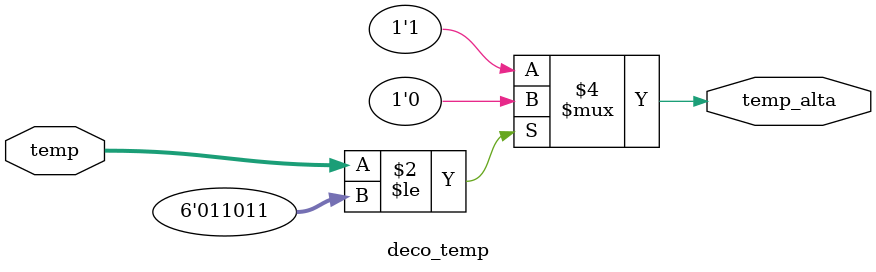
<source format=v>
`timescale 1ns / 1ps
module deco_temp(
    input wire [5:0] temp,
    output reg temp_alta
    );
	 
always @ *

	 if(temp<=6'd27)
		temp_alta=1'b0;
	 else 
		temp_alta=1'b1;
	
endmodule

</source>
